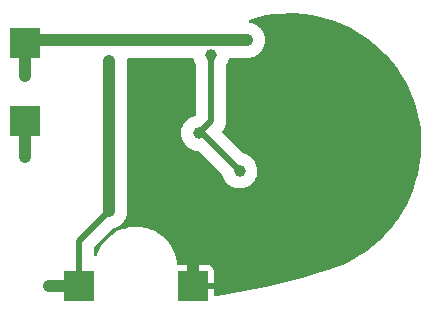
<source format=gbr>
%TF.GenerationSoftware,KiCad,Pcbnew,(6.0.1)*%
%TF.CreationDate,2022-02-14T16:30:39+01:00*%
%TF.ProjectId,Gleichrichter_Fernlicht,476c6569-6368-4726-9963-687465725f46,rev?*%
%TF.SameCoordinates,Original*%
%TF.FileFunction,Copper,L1,Top*%
%TF.FilePolarity,Positive*%
%FSLAX46Y46*%
G04 Gerber Fmt 4.6, Leading zero omitted, Abs format (unit mm)*
G04 Created by KiCad (PCBNEW (6.0.1)) date 2022-02-14 16:30:39*
%MOMM*%
%LPD*%
G01*
G04 APERTURE LIST*
%TA.AperFunction,SMDPad,CuDef*%
%ADD10R,2.500000X2.500000*%
%TD*%
%TA.AperFunction,ViaPad*%
%ADD11C,1.000000*%
%TD*%
%TA.AperFunction,Conductor*%
%ADD12C,1.000000*%
%TD*%
%TA.AperFunction,Conductor*%
%ADD13C,0.500000*%
%TD*%
%TA.AperFunction,Conductor*%
%ADD14C,0.250000*%
%TD*%
G04 APERTURE END LIST*
D10*
%TO.P,TP6,1,1*%
%TO.N,DC-*%
X149352000Y-120650000D03*
%TD*%
%TO.P,TP7,1,1*%
%TO.N,DC+*%
X139700000Y-120650000D03*
%TD*%
%TO.P,TP5,1,1*%
%TO.N,DYN_1*%
X135128000Y-100076000D03*
%TD*%
%TO.P,TP8,1,1*%
%TO.N,DYN_2*%
X135128000Y-106680000D03*
%TD*%
D11*
%TO.N,DYN_1*%
X135128000Y-102870000D03*
X153924000Y-99822000D03*
%TO.N,Net-(C2-Pad2)*%
X149836000Y-107720000D03*
X153280000Y-110880000D03*
X150876000Y-101092000D03*
%TO.N,DYN_2*%
X135128000Y-109728000D03*
%TO.N,DC-*%
X144804000Y-107950000D03*
X149352000Y-117348000D03*
%TO.N,DC+*%
X142240000Y-101600000D03*
X142240000Y-114300000D03*
X137160000Y-120650000D03*
%TD*%
D12*
%TO.N,DYN_1*%
X135382000Y-99822000D02*
X135128000Y-100076000D01*
X153924000Y-99822000D02*
X135382000Y-99822000D01*
X135128000Y-100076000D02*
X135128000Y-102870000D01*
D13*
%TO.N,Net-(C2-Pad2)*%
X149836000Y-107720000D02*
X150876000Y-106680000D01*
X150120000Y-107720000D02*
X153280000Y-110880000D01*
X150876000Y-106680000D02*
X150876000Y-101092000D01*
D14*
X149836000Y-107720000D02*
X150120000Y-107720000D01*
D12*
%TO.N,DYN_2*%
X135128000Y-109728000D02*
X135128000Y-106680000D01*
%TO.N,DC-*%
X149352000Y-112498000D02*
X144804000Y-107950000D01*
X149352000Y-120650000D02*
X149352000Y-112498000D01*
%TO.N,DC+*%
X137160000Y-120650000D02*
X139700000Y-120650000D01*
D13*
X142240000Y-114300000D02*
X139700000Y-116840000D01*
X139700000Y-116840000D02*
X139700000Y-120650000D01*
D12*
X142240000Y-101600000D02*
X142240000Y-114300000D01*
%TD*%
%TA.AperFunction,Conductor*%
%TO.N,DC-*%
G36*
X157810567Y-97554490D02*
G01*
X158143714Y-97562035D01*
X158151080Y-97562418D01*
X158558435Y-97595639D01*
X158793337Y-97614796D01*
X158800690Y-97615614D01*
X159438733Y-97705592D01*
X159446025Y-97706839D01*
X160077724Y-97834118D01*
X160084930Y-97835792D01*
X160708072Y-97999929D01*
X160715129Y-98002011D01*
X161079847Y-98121371D01*
X161327549Y-98202436D01*
X161334510Y-98204942D01*
X161934116Y-98440967D01*
X161940918Y-98443878D01*
X162160055Y-98545371D01*
X162397772Y-98655469D01*
X162525627Y-98714685D01*
X162532240Y-98717987D01*
X163100059Y-99022652D01*
X163106458Y-99026331D01*
X163251108Y-99115253D01*
X163655406Y-99363792D01*
X163661593Y-99367850D01*
X164189794Y-99736953D01*
X164195731Y-99741367D01*
X164424428Y-99922048D01*
X164700528Y-100140180D01*
X164701348Y-100140828D01*
X164707011Y-100145579D01*
X165188326Y-100574042D01*
X165193684Y-100579100D01*
X165601541Y-100987527D01*
X165649016Y-101035068D01*
X165654083Y-101040448D01*
X166025471Y-101458824D01*
X166081871Y-101522360D01*
X166086612Y-101528028D01*
X166425995Y-101958836D01*
X166485373Y-102034209D01*
X166489778Y-102040151D01*
X166653635Y-102275336D01*
X166858140Y-102568864D01*
X166862187Y-102575053D01*
X167198879Y-103124469D01*
X167202557Y-103130886D01*
X167338395Y-103384904D01*
X167506423Y-103699118D01*
X167509719Y-103705742D01*
X167779712Y-104290836D01*
X167782613Y-104297642D01*
X167832107Y-104423895D01*
X168009501Y-104876404D01*
X168017793Y-104897557D01*
X168020290Y-104904521D01*
X168219857Y-105517216D01*
X168221941Y-105524315D01*
X168385206Y-106147678D01*
X168386867Y-106154878D01*
X168474724Y-106594083D01*
X168513260Y-106786731D01*
X168514498Y-106794026D01*
X168603589Y-107432224D01*
X168604396Y-107439578D01*
X168655873Y-108081877D01*
X168656248Y-108089266D01*
X168669938Y-108733508D01*
X168669878Y-108740906D01*
X168645733Y-109384845D01*
X168645238Y-109392227D01*
X168627814Y-109572778D01*
X168583893Y-110027900D01*
X168583343Y-110033597D01*
X168582418Y-110040928D01*
X168483303Y-110675532D01*
X168482978Y-110677611D01*
X168481625Y-110684870D01*
X168351834Y-111283060D01*
X168344991Y-111314599D01*
X168343212Y-111321776D01*
X168311791Y-111434264D01*
X168169850Y-111942409D01*
X168167651Y-111949473D01*
X167958165Y-112558848D01*
X167955555Y-112565771D01*
X167710670Y-113161787D01*
X167707659Y-113168545D01*
X167428206Y-113749176D01*
X167424803Y-113755746D01*
X167111749Y-114318980D01*
X167107966Y-114325338D01*
X166762410Y-114869201D01*
X166758261Y-114875327D01*
X166467390Y-115278697D01*
X166381359Y-115398001D01*
X166376862Y-115403866D01*
X166236305Y-115576449D01*
X165969938Y-115903508D01*
X165965110Y-115909093D01*
X165529555Y-116383998D01*
X165524413Y-116389285D01*
X165061732Y-116837810D01*
X165056271Y-116842801D01*
X164568076Y-117263385D01*
X164562331Y-117268047D01*
X164050315Y-117659235D01*
X164044311Y-117663550D01*
X163632061Y-117941779D01*
X163510175Y-118024040D01*
X163503923Y-118027997D01*
X162949573Y-118356502D01*
X162943100Y-118360085D01*
X162370425Y-118655486D01*
X162363754Y-118658682D01*
X161774711Y-118919970D01*
X161767899Y-118922756D01*
X161211271Y-119131494D01*
X161194225Y-119136547D01*
X161172946Y-119141251D01*
X161172882Y-119141279D01*
X161172810Y-119141295D01*
X161134491Y-119158095D01*
X161131941Y-119159213D01*
X161120496Y-119163580D01*
X159861527Y-119575109D01*
X159858318Y-119576111D01*
X158549343Y-119965657D01*
X158546109Y-119966572D01*
X157227299Y-120321039D01*
X157224042Y-120321869D01*
X155896112Y-120641062D01*
X155892833Y-120641803D01*
X155400366Y-120746364D01*
X154556987Y-120925432D01*
X154553722Y-120926081D01*
X153210667Y-121173997D01*
X153207400Y-121174555D01*
X152283807Y-121319681D01*
X151858233Y-121386552D01*
X151854905Y-121387029D01*
X151252231Y-121465318D01*
X151182102Y-121454258D01*
X151129084Y-121407039D01*
X151110000Y-121340368D01*
X151110000Y-120922115D01*
X151105525Y-120906876D01*
X151104135Y-120905671D01*
X151096452Y-120904000D01*
X149224000Y-120904000D01*
X149155879Y-120883998D01*
X149109386Y-120830342D01*
X149098000Y-120778000D01*
X149098000Y-120377885D01*
X149606000Y-120377885D01*
X149610475Y-120393124D01*
X149611865Y-120394329D01*
X149619548Y-120396000D01*
X151091884Y-120396000D01*
X151107123Y-120391525D01*
X151108328Y-120390135D01*
X151109999Y-120382452D01*
X151109999Y-119355331D01*
X151109629Y-119348510D01*
X151104105Y-119297648D01*
X151100479Y-119282396D01*
X151055324Y-119161946D01*
X151046786Y-119146351D01*
X150970285Y-119044276D01*
X150957724Y-119031715D01*
X150855649Y-118955214D01*
X150840054Y-118946676D01*
X150719606Y-118901522D01*
X150704351Y-118897895D01*
X150653486Y-118892369D01*
X150646672Y-118892000D01*
X149624115Y-118892000D01*
X149608876Y-118896475D01*
X149607671Y-118897865D01*
X149606000Y-118905548D01*
X149606000Y-120377885D01*
X149098000Y-120377885D01*
X149098000Y-118910116D01*
X149093525Y-118894877D01*
X149092135Y-118893672D01*
X149084452Y-118892001D01*
X148135319Y-118892001D01*
X148067198Y-118871999D01*
X148020705Y-118818343D01*
X148009716Y-118775997D01*
X148000939Y-118665710D01*
X148000674Y-118662379D01*
X147982737Y-118566993D01*
X147932352Y-118299055D01*
X147932350Y-118299047D01*
X147931734Y-118295771D01*
X147824227Y-117938565D01*
X147679371Y-117594805D01*
X147677752Y-117591878D01*
X147677748Y-117591870D01*
X147500429Y-117271320D01*
X147500425Y-117271314D01*
X147498805Y-117268385D01*
X147496878Y-117265638D01*
X147286511Y-116965758D01*
X147286509Y-116965755D01*
X147284576Y-116963000D01*
X147039107Y-116682110D01*
X146765180Y-116428894D01*
X146711944Y-116389285D01*
X146468595Y-116208229D01*
X146468594Y-116208228D01*
X146465896Y-116206221D01*
X146463010Y-116204517D01*
X146463003Y-116204513D01*
X146147536Y-116018318D01*
X146147531Y-116018316D01*
X146144645Y-116016612D01*
X145959439Y-115932404D01*
X145808111Y-115863599D01*
X145808105Y-115863597D01*
X145805064Y-115862214D01*
X145801891Y-115861161D01*
X145801887Y-115861160D01*
X145700562Y-115827552D01*
X145450999Y-115744775D01*
X145447739Y-115744067D01*
X145447731Y-115744065D01*
X145196898Y-115689604D01*
X145086458Y-115665625D01*
X144715572Y-115625662D01*
X144713047Y-115625594D01*
X144713037Y-115625593D01*
X144711284Y-115625546D01*
X144709586Y-115625500D01*
X144432761Y-115625500D01*
X144431095Y-115625589D01*
X144431086Y-115625589D01*
X144156827Y-115640202D01*
X144156818Y-115640203D01*
X144153495Y-115640380D01*
X143914587Y-115678861D01*
X143788510Y-115699168D01*
X143788507Y-115699169D01*
X143785208Y-115699700D01*
X143781978Y-115700580D01*
X143781976Y-115700581D01*
X143507967Y-115775284D01*
X143425309Y-115797819D01*
X143077876Y-115933628D01*
X143074894Y-115935177D01*
X142751402Y-116103218D01*
X142746841Y-116105587D01*
X142719922Y-116123438D01*
X142450792Y-116301909D01*
X142435953Y-116311749D01*
X142433377Y-116313884D01*
X142151317Y-116547638D01*
X142151311Y-116547643D01*
X142148733Y-116549780D01*
X142146389Y-116552187D01*
X142146386Y-116552189D01*
X141890773Y-116814583D01*
X141890765Y-116814592D01*
X141888434Y-116816985D01*
X141658002Y-117110337D01*
X141460049Y-117426515D01*
X141296814Y-117761938D01*
X141295681Y-117765077D01*
X141295677Y-117765086D01*
X141195014Y-118043926D01*
X141153069Y-118101208D01*
X141086814Y-118126719D01*
X141017285Y-118112361D01*
X140966556Y-118062691D01*
X140950500Y-118001142D01*
X140950500Y-117410164D01*
X140970502Y-117342043D01*
X140987405Y-117321069D01*
X142505853Y-115802621D01*
X142558737Y-115771032D01*
X142562269Y-115769973D01*
X142579405Y-115766110D01*
X142588930Y-115764653D01*
X142646525Y-115745828D01*
X142687290Y-115732504D01*
X142690228Y-115731583D01*
X142784422Y-115703324D01*
X142784426Y-115703323D01*
X142789374Y-115701838D01*
X142798020Y-115697602D01*
X142814313Y-115690987D01*
X142818545Y-115689604D01*
X142818552Y-115689601D01*
X142823460Y-115687997D01*
X142915301Y-115640188D01*
X142917939Y-115638855D01*
X143010954Y-115593287D01*
X143015169Y-115590281D01*
X143018798Y-115587693D01*
X143033779Y-115578512D01*
X143042321Y-115574065D01*
X143125111Y-115511905D01*
X143127595Y-115510088D01*
X143207618Y-115453008D01*
X143207620Y-115453006D01*
X143211829Y-115450004D01*
X143218647Y-115443210D01*
X143231931Y-115431703D01*
X143235494Y-115429028D01*
X143235501Y-115429022D01*
X143239636Y-115425917D01*
X143311163Y-115351068D01*
X143313255Y-115348932D01*
X143348544Y-115313766D01*
X143382943Y-115279487D01*
X143382947Y-115279482D01*
X143386605Y-115275837D01*
X143392227Y-115268013D01*
X143403452Y-115254493D01*
X143406532Y-115251270D01*
X143410104Y-115247532D01*
X143468438Y-115162017D01*
X143470200Y-115159501D01*
X143527567Y-115079667D01*
X143530588Y-115075463D01*
X143532879Y-115070827D01*
X143532884Y-115070819D01*
X143534853Y-115066834D01*
X143543724Y-115051653D01*
X143546235Y-115047972D01*
X143546236Y-115047970D01*
X143549149Y-115043700D01*
X143592749Y-114949771D01*
X143594036Y-114947084D01*
X143639911Y-114854264D01*
X143642712Y-114845045D01*
X143648981Y-114828630D01*
X143650854Y-114824594D01*
X143653035Y-114819896D01*
X143654418Y-114814910D01*
X143654420Y-114814904D01*
X143680690Y-114720177D01*
X143681549Y-114717220D01*
X143710136Y-114623129D01*
X143710137Y-114623122D01*
X143711639Y-114618180D01*
X143712896Y-114608636D01*
X143716401Y-114591406D01*
X143718974Y-114582129D01*
X143729976Y-114479179D01*
X143730341Y-114476121D01*
X143743408Y-114376869D01*
X143743845Y-114373550D01*
X143745643Y-114300000D01*
X143740924Y-114242602D01*
X143740500Y-114232278D01*
X143740500Y-101707216D01*
X143741578Y-101690770D01*
X143743408Y-101676872D01*
X143743408Y-101676866D01*
X143743845Y-101673550D01*
X143745643Y-101600000D01*
X143734036Y-101458824D01*
X143748389Y-101389294D01*
X143798054Y-101338561D01*
X143859612Y-101322500D01*
X149288968Y-101322500D01*
X149357089Y-101342502D01*
X149403582Y-101396158D01*
X149411884Y-101420797D01*
X149439255Y-101542249D01*
X149532084Y-101770861D01*
X149534789Y-101775276D01*
X149534790Y-101775277D01*
X149606932Y-101893001D01*
X149625500Y-101958836D01*
X149625500Y-106109836D01*
X149605498Y-106177957D01*
X149588595Y-106198931D01*
X149569536Y-106217990D01*
X149507224Y-106252016D01*
X149499499Y-106253445D01*
X149492184Y-106254564D01*
X149492179Y-106254565D01*
X149487070Y-106255347D01*
X149252540Y-106332003D01*
X149033679Y-106445935D01*
X149029546Y-106449038D01*
X149029543Y-106449040D01*
X148840499Y-106590978D01*
X148836364Y-106594083D01*
X148665896Y-106772468D01*
X148526851Y-106976300D01*
X148474908Y-107088202D01*
X148457995Y-107124639D01*
X148422965Y-107200104D01*
X148357026Y-107437871D01*
X148330806Y-107683214D01*
X148331103Y-107688366D01*
X148331103Y-107688370D01*
X148342604Y-107887827D01*
X148345010Y-107929545D01*
X148346147Y-107934591D01*
X148346148Y-107934597D01*
X148380174Y-108085578D01*
X148399255Y-108170249D01*
X148492084Y-108398861D01*
X148494789Y-108403276D01*
X148494790Y-108403277D01*
X148540545Y-108477942D01*
X148621006Y-108609241D01*
X148782557Y-108795741D01*
X148972399Y-108953351D01*
X149185433Y-109077838D01*
X149190253Y-109079678D01*
X149190258Y-109079681D01*
X149342947Y-109137986D01*
X149415939Y-109165859D01*
X149421007Y-109166890D01*
X149421010Y-109166891D01*
X149540587Y-109191219D01*
X149657726Y-109215052D01*
X149662899Y-109215242D01*
X149662902Y-109215242D01*
X149773526Y-109219298D01*
X149804294Y-109220426D01*
X149871636Y-109242910D01*
X149888772Y-109257246D01*
X151782974Y-111151448D01*
X151816796Y-111212842D01*
X151828339Y-111264061D01*
X151843255Y-111330249D01*
X151936084Y-111558861D01*
X152065006Y-111769241D01*
X152226557Y-111955741D01*
X152230532Y-111959041D01*
X152230535Y-111959044D01*
X152294280Y-112011966D01*
X152416399Y-112113351D01*
X152629433Y-112237838D01*
X152634253Y-112239678D01*
X152634258Y-112239681D01*
X152748547Y-112283323D01*
X152859939Y-112325859D01*
X152865007Y-112326890D01*
X152865010Y-112326891D01*
X152984587Y-112351219D01*
X153101726Y-112375052D01*
X153106899Y-112375242D01*
X153106902Y-112375242D01*
X153343136Y-112383904D01*
X153343140Y-112383904D01*
X153348300Y-112384093D01*
X153353420Y-112383437D01*
X153353422Y-112383437D01*
X153429703Y-112373665D01*
X153593041Y-112352741D01*
X153597990Y-112351256D01*
X153597996Y-112351255D01*
X153824424Y-112283323D01*
X153824423Y-112283323D01*
X153829374Y-112281838D01*
X153933266Y-112230942D01*
X154046303Y-112175566D01*
X154046308Y-112175563D01*
X154050954Y-112173287D01*
X154055164Y-112170284D01*
X154055169Y-112170281D01*
X154247617Y-112033009D01*
X154247622Y-112033005D01*
X154251829Y-112030004D01*
X154426605Y-111855837D01*
X154570588Y-111655463D01*
X154679911Y-111434264D01*
X154713045Y-111325207D01*
X154750135Y-111203132D01*
X154750136Y-111203126D01*
X154751639Y-111198180D01*
X154776337Y-111010579D01*
X154783408Y-110956872D01*
X154783409Y-110956866D01*
X154783845Y-110953550D01*
X154784223Y-110938088D01*
X154785561Y-110883364D01*
X154785561Y-110883360D01*
X154785643Y-110880000D01*
X154772846Y-110724354D01*
X154765849Y-110639240D01*
X154765848Y-110639234D01*
X154765425Y-110634089D01*
X154705316Y-110394783D01*
X154606928Y-110168507D01*
X154472905Y-109961339D01*
X154306846Y-109778842D01*
X154302795Y-109775643D01*
X154302791Y-109775639D01*
X154117264Y-109629119D01*
X154117259Y-109629116D01*
X154113210Y-109625918D01*
X154108694Y-109623425D01*
X154108691Y-109623423D01*
X153901722Y-109509170D01*
X153901718Y-109509168D01*
X153897198Y-109506673D01*
X153892329Y-109504949D01*
X153892325Y-109504947D01*
X153669485Y-109426035D01*
X153669481Y-109426034D01*
X153664610Y-109424309D01*
X153616206Y-109415687D01*
X153549210Y-109380736D01*
X151833157Y-107664683D01*
X151799131Y-107602371D01*
X151804196Y-107531556D01*
X151829057Y-107490791D01*
X151876086Y-107439107D01*
X151885530Y-107424052D01*
X151895600Y-107410193D01*
X151903397Y-107400868D01*
X151903398Y-107400866D01*
X151906997Y-107396562D01*
X151948008Y-107324663D01*
X151950704Y-107320157D01*
X151994707Y-107250010D01*
X152001335Y-107233521D01*
X152008795Y-107218091D01*
X152014814Y-107207539D01*
X152014815Y-107207537D01*
X152017595Y-107202663D01*
X152045225Y-107124639D01*
X152047090Y-107119703D01*
X152075876Y-107048094D01*
X152077966Y-107042895D01*
X152079102Y-107037409D01*
X152079104Y-107037403D01*
X152081570Y-107025494D01*
X152086175Y-107008998D01*
X152092108Y-106992244D01*
X152105486Y-106910551D01*
X152106448Y-106905363D01*
X152122296Y-106828834D01*
X152123233Y-106824310D01*
X152124823Y-106796739D01*
X152126270Y-106783636D01*
X152127274Y-106777502D01*
X152127274Y-106777496D01*
X152128182Y-106771954D01*
X152126516Y-106665894D01*
X152126500Y-106663916D01*
X152126500Y-101963827D01*
X152150177Y-101890301D01*
X152163569Y-101871664D01*
X152166588Y-101867463D01*
X152275911Y-101646264D01*
X152347126Y-101411869D01*
X152386066Y-101352507D01*
X152450920Y-101323620D01*
X152467683Y-101322500D01*
X153892010Y-101322500D01*
X153896627Y-101322585D01*
X153987136Y-101325904D01*
X153987140Y-101325904D01*
X153992300Y-101326093D01*
X154078094Y-101315102D01*
X154083752Y-101314508D01*
X154169911Y-101307425D01*
X154174927Y-101306165D01*
X154174933Y-101306164D01*
X154195838Y-101300913D01*
X154210522Y-101298138D01*
X154221160Y-101296775D01*
X154237041Y-101294741D01*
X154264015Y-101286648D01*
X154319865Y-101269893D01*
X154325377Y-101268375D01*
X154404201Y-101248576D01*
X154404202Y-101248576D01*
X154409217Y-101247316D01*
X154433736Y-101236655D01*
X154447755Y-101231524D01*
X154473374Y-101223838D01*
X154478020Y-101221562D01*
X154551036Y-101185793D01*
X154556224Y-101183396D01*
X154589389Y-101168975D01*
X154635493Y-101148928D01*
X154657935Y-101134409D01*
X154670943Y-101127050D01*
X154690311Y-101117562D01*
X154690315Y-101117560D01*
X154694954Y-101115287D01*
X154765357Y-101065069D01*
X154770086Y-101061856D01*
X154838317Y-101017715D01*
X154842661Y-101014905D01*
X154862437Y-100996911D01*
X154874059Y-100987533D01*
X154895829Y-100972004D01*
X154957073Y-100910973D01*
X154961214Y-100907030D01*
X155021330Y-100852330D01*
X155021335Y-100852325D01*
X155025158Y-100848846D01*
X155028365Y-100844786D01*
X155028368Y-100844782D01*
X155041725Y-100827868D01*
X155051672Y-100816704D01*
X155066941Y-100801489D01*
X155066946Y-100801483D01*
X155070605Y-100797837D01*
X155121075Y-100727601D01*
X155124488Y-100723072D01*
X155174877Y-100659268D01*
X155178082Y-100655210D01*
X155191003Y-100631804D01*
X155198982Y-100619182D01*
X155214588Y-100597463D01*
X155252885Y-100519975D01*
X155255533Y-100514909D01*
X155294828Y-100443725D01*
X155297327Y-100439198D01*
X155306256Y-100413983D01*
X155312062Y-100400239D01*
X155323911Y-100376264D01*
X155349043Y-100293546D01*
X155350828Y-100288116D01*
X155377966Y-100211481D01*
X155379691Y-100206610D01*
X155384380Y-100180287D01*
X155387866Y-100165766D01*
X155395639Y-100140180D01*
X155406925Y-100054454D01*
X155407799Y-100048814D01*
X155422055Y-99968783D01*
X155422056Y-99968777D01*
X155422961Y-99963694D01*
X155423288Y-99936952D01*
X155424357Y-99922048D01*
X155427408Y-99898875D01*
X155427409Y-99898861D01*
X155427845Y-99895550D01*
X155429643Y-99822000D01*
X155429073Y-99815068D01*
X155425820Y-99775499D01*
X155425405Y-99763636D01*
X155425912Y-99722142D01*
X155425912Y-99722140D01*
X155425975Y-99716972D01*
X155415903Y-99651154D01*
X155414879Y-99642432D01*
X155409848Y-99581240D01*
X155409425Y-99576089D01*
X155398057Y-99530830D01*
X155395711Y-99519195D01*
X155389435Y-99478182D01*
X155388653Y-99473070D01*
X155367972Y-99409794D01*
X155365534Y-99401349D01*
X155362538Y-99389422D01*
X155349316Y-99336783D01*
X155330709Y-99293990D01*
X155326495Y-99282897D01*
X155313602Y-99243451D01*
X155311997Y-99238540D01*
X155309613Y-99233960D01*
X155309609Y-99233951D01*
X155281253Y-99179479D01*
X155277468Y-99171544D01*
X155250928Y-99110507D01*
X155225583Y-99071329D01*
X155219613Y-99061072D01*
X155200454Y-99024269D01*
X155198065Y-99019679D01*
X155158097Y-98966445D01*
X155153067Y-98959236D01*
X155119714Y-98907681D01*
X155116905Y-98903339D01*
X155085504Y-98868829D01*
X155077940Y-98859685D01*
X155053023Y-98826499D01*
X155053015Y-98826489D01*
X155049917Y-98822364D01*
X155001791Y-98776374D01*
X154995655Y-98770086D01*
X154954327Y-98724666D01*
X154954318Y-98724657D01*
X154950846Y-98720842D01*
X154943050Y-98714685D01*
X154914223Y-98691918D01*
X154905266Y-98684132D01*
X154875271Y-98655469D01*
X154871532Y-98651896D01*
X154853109Y-98639329D01*
X154816542Y-98614383D01*
X154809457Y-98609179D01*
X154761270Y-98571124D01*
X154761267Y-98571122D01*
X154757210Y-98567918D01*
X154716349Y-98545361D01*
X154706253Y-98539150D01*
X154671968Y-98515762D01*
X154671965Y-98515760D01*
X154667700Y-98512851D01*
X154663018Y-98510678D01*
X154663015Y-98510676D01*
X154607314Y-98484821D01*
X154599470Y-98480841D01*
X154545729Y-98451174D01*
X154545726Y-98451173D01*
X154541198Y-98448673D01*
X154536323Y-98446947D01*
X154536317Y-98446944D01*
X154497209Y-98433096D01*
X154486230Y-98428616D01*
X154443896Y-98408965D01*
X154438911Y-98407583D01*
X154438907Y-98407581D01*
X154379753Y-98391176D01*
X154371367Y-98388532D01*
X154313485Y-98368035D01*
X154313482Y-98368034D01*
X154308610Y-98366309D01*
X154262673Y-98358126D01*
X154251099Y-98355497D01*
X154211106Y-98344406D01*
X154211104Y-98344406D01*
X154206129Y-98343026D01*
X154200999Y-98342478D01*
X154200995Y-98342477D01*
X154166801Y-98338823D01*
X154101192Y-98311695D01*
X154060664Y-98253402D01*
X154058085Y-98182452D01*
X154094274Y-98121371D01*
X154139395Y-98094323D01*
X154282825Y-98045240D01*
X154289892Y-98043051D01*
X154910762Y-97870557D01*
X154917946Y-97868787D01*
X155547847Y-97733037D01*
X155555122Y-97731691D01*
X156191930Y-97633141D01*
X156199272Y-97632225D01*
X156840746Y-97571225D01*
X156848128Y-97570741D01*
X157492081Y-97547495D01*
X157499480Y-97547445D01*
X157810567Y-97554490D01*
G37*
%TD.AperFunction*%
%TD*%
M02*

</source>
